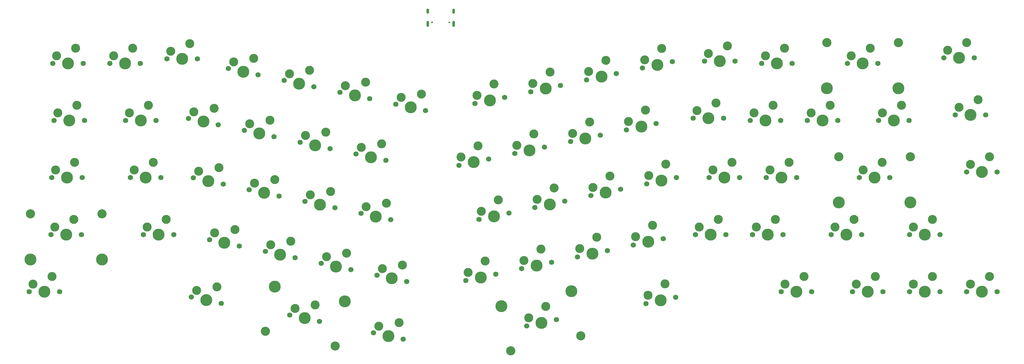
<source format=gbr>
G04 #@! TF.GenerationSoftware,KiCad,Pcbnew,(6.0.1)*
G04 #@! TF.CreationDate,2022-08-01T23:00:38+09:00*
G04 #@! TF.ProjectId,Skeleton68_underglow,536b656c-6574-46f6-9e36-385f756e6465,rev?*
G04 #@! TF.SameCoordinates,Original*
G04 #@! TF.FileFunction,Soldermask,Top*
G04 #@! TF.FilePolarity,Negative*
%FSLAX46Y46*%
G04 Gerber Fmt 4.6, Leading zero omitted, Abs format (unit mm)*
G04 Created by KiCad (PCBNEW (6.0.1)) date 2022-08-01 23:00:38*
%MOMM*%
%LPD*%
G01*
G04 APERTURE LIST*
%ADD10C,3.987800*%
%ADD11C,1.750000*%
%ADD12C,3.000000*%
%ADD13C,3.048000*%
%ADD14C,0.600000*%
%ADD15O,0.900000X1.700000*%
%ADD16O,0.900000X2.000000*%
G04 APERTURE END LIST*
D10*
X231621400Y-58175300D03*
D11*
X226652410Y-59231491D03*
X236590390Y-57119109D03*
D12*
X233049704Y-52678214D03*
X227366562Y-56482949D03*
D11*
X105687110Y-24723409D03*
D12*
X107457453Y-22502962D03*
D10*
X110656100Y-25779600D03*
D12*
X114196786Y-21338706D03*
D11*
X115625090Y-26835791D03*
X329628500Y-36195000D03*
D12*
X337248500Y-31115000D03*
D10*
X334708500Y-36195000D03*
D12*
X330898500Y-33655000D03*
D11*
X339788500Y-36195000D03*
D12*
X112813553Y-43116962D03*
D11*
X120981190Y-47449791D03*
D10*
X116012200Y-46393600D03*
D11*
X111043210Y-45337409D03*
D12*
X119552886Y-41952706D03*
X190099062Y-64404349D03*
D10*
X194353900Y-66096700D03*
D11*
X189384910Y-67152891D03*
D12*
X195782204Y-60599614D03*
D11*
X199322890Y-65040509D03*
X314388500Y-95250000D03*
D12*
X322008500Y-90170000D03*
D10*
X319468500Y-95250000D03*
D12*
X315658500Y-92710000D03*
D11*
X324548500Y-95250000D03*
D12*
X333438500Y-12065000D03*
D11*
X325818500Y-17145000D03*
X335978500Y-17145000D03*
D12*
X327088500Y-14605000D03*
D10*
X330898500Y-17145000D03*
X211588000Y-23482300D03*
D11*
X206619010Y-24538491D03*
D12*
X207333162Y-21789949D03*
D11*
X216556990Y-22426109D03*
D12*
X213016304Y-17985214D03*
X201977062Y-42404049D03*
D11*
X201262910Y-45152591D03*
X211200890Y-43040209D03*
D10*
X206231900Y-44096400D03*
D12*
X207660204Y-38599314D03*
X167040962Y-88781149D03*
X172724104Y-84976414D03*
D11*
X176264790Y-89417309D03*
X166326810Y-91529691D03*
D10*
X171295800Y-90473500D03*
D11*
X272161000Y-76200000D03*
D12*
X263271000Y-73660000D03*
X269621000Y-71120000D03*
D11*
X262001000Y-76200000D03*
D10*
X267081000Y-76200000D03*
D12*
X341058500Y-50165000D03*
X334708500Y-52705000D03*
D11*
X343598500Y-55245000D03*
X333438500Y-55245000D03*
D10*
X338518500Y-55245000D03*
D11*
X94038910Y-61198609D03*
D12*
X102548586Y-57813906D03*
D11*
X103976890Y-63310991D03*
D12*
X95809253Y-58978162D03*
D10*
X99007900Y-62254800D03*
D12*
X88823753Y-18542162D03*
D11*
X87053410Y-20762609D03*
D10*
X92022400Y-21818800D03*
D11*
X96991390Y-22874991D03*
D12*
X95563086Y-17377906D03*
D10*
X227196900Y-78591300D03*
D11*
X222227910Y-79647491D03*
D12*
X222942062Y-76898949D03*
X228625204Y-73094214D03*
D11*
X232165890Y-77535109D03*
D10*
X212987700Y-62136000D03*
D11*
X217956690Y-61079809D03*
X208018710Y-63192191D03*
D12*
X208732862Y-60443649D03*
X214416004Y-56638914D03*
D11*
X271399000Y-38100000D03*
D12*
X262509000Y-35560000D03*
D11*
X261239000Y-38100000D03*
D10*
X266319000Y-38100000D03*
D12*
X268859000Y-33020000D03*
X232784504Y-92659514D03*
D11*
X226387210Y-99212791D03*
D12*
X227101362Y-96464249D03*
D11*
X236325190Y-97100409D03*
D10*
X231356200Y-98156600D03*
D12*
X244221000Y-73660000D03*
D10*
X248031000Y-76200000D03*
D11*
X242951000Y-76200000D03*
D12*
X250571000Y-71120000D03*
D11*
X253111000Y-76200000D03*
X203594210Y-83608291D03*
D12*
X204308362Y-80859749D03*
D11*
X213532190Y-81495909D03*
D10*
X208563200Y-82552100D03*
D12*
X209991504Y-77055014D03*
D11*
X225252710Y-20577791D03*
D10*
X230221700Y-19521600D03*
D12*
X225966862Y-17829249D03*
X231650004Y-14024514D03*
D11*
X235190690Y-18465409D03*
D12*
X185674662Y-84820449D03*
D10*
X189929500Y-86512800D03*
D11*
X194898490Y-85456609D03*
D12*
X191357804Y-81015714D03*
D11*
X184960510Y-87568991D03*
D12*
X126538486Y-82388706D03*
D11*
X118028810Y-85773409D03*
X127966790Y-87885791D03*
D12*
X119799153Y-83552962D03*
D10*
X122997800Y-86829600D03*
D12*
X82285486Y-34031306D03*
D10*
X78744800Y-38472200D03*
D12*
X75546153Y-35195562D03*
D11*
X83713790Y-39528391D03*
X73775810Y-37416009D03*
X62896800Y-38100000D03*
D12*
X54006800Y-35560000D03*
D10*
X57816800Y-38100000D03*
D12*
X60356800Y-33020000D03*
D11*
X52736800Y-38100000D03*
X290449000Y-38100000D03*
D10*
X285369000Y-38100000D03*
D11*
X280289000Y-38100000D03*
D12*
X287909000Y-33020000D03*
X281559000Y-35560000D03*
X29432500Y-54610000D03*
D10*
X33242500Y-57150000D03*
D12*
X35782500Y-52070000D03*
D11*
X38322500Y-57150000D03*
X28162500Y-57150000D03*
D12*
X170065762Y-29711449D03*
D11*
X179289590Y-30347609D03*
D12*
X175748904Y-25906714D03*
D11*
X169351610Y-32459991D03*
D10*
X174320600Y-31403800D03*
D12*
X116055886Y-99636206D03*
D10*
X112515200Y-104077100D03*
D11*
X117484190Y-105133291D03*
D10*
X102554385Y-93520442D03*
D13*
X99385811Y-108427411D03*
D12*
X109316553Y-100800462D03*
D13*
X122740063Y-113391511D03*
D11*
X107546210Y-103020909D03*
D10*
X125908637Y-98484541D03*
D11*
X293624000Y-19050000D03*
D12*
X294894000Y-16510000D03*
D13*
X286766000Y-12065000D03*
D12*
X301244000Y-13970000D03*
D10*
X298704000Y-19050000D03*
X286766000Y-27305000D03*
D11*
X303784000Y-19050000D03*
D10*
X310642000Y-27305000D03*
D13*
X310642000Y-12065000D03*
D11*
X180689190Y-69001309D03*
D12*
X171465362Y-68365149D03*
D11*
X170751210Y-71113691D03*
D10*
X175720200Y-70057500D03*
D12*
X177148504Y-64560414D03*
X151464186Y-29260106D03*
D10*
X147923500Y-33701000D03*
D12*
X144724853Y-30424362D03*
D11*
X152892490Y-34757191D03*
X142954510Y-32644809D03*
D12*
X192989504Y-100144414D03*
D11*
X186592210Y-106697691D03*
D10*
X191561200Y-105641500D03*
D12*
X187306362Y-103949149D03*
D13*
X181336337Y-114955911D03*
D11*
X196530190Y-104585309D03*
D13*
X204690589Y-109991811D03*
D10*
X178167763Y-100048941D03*
X201522015Y-95084842D03*
D11*
X266573000Y-57150000D03*
D12*
X267843000Y-54610000D03*
D10*
X271653000Y-57150000D03*
D11*
X276733000Y-57150000D03*
D12*
X274193000Y-52070000D03*
X137267153Y-106741562D03*
D10*
X140465800Y-110018200D03*
D11*
X145434790Y-111074391D03*
X135496810Y-108962009D03*
D12*
X144006486Y-105577306D03*
D10*
X168964500Y-52017900D03*
D11*
X163995510Y-53074091D03*
D12*
X164709662Y-50325549D03*
X170392804Y-46520814D03*
D11*
X173933490Y-50961709D03*
D10*
X129289800Y-29740300D03*
D11*
X124320810Y-28684109D03*
D12*
X126091153Y-26463662D03*
D11*
X134258790Y-30796491D03*
D12*
X132830486Y-25299406D03*
X305223600Y-52070000D03*
D10*
X302683600Y-57150000D03*
D13*
X314621600Y-50165000D03*
D11*
X297603600Y-57150000D03*
X307763600Y-57150000D03*
D10*
X290745600Y-65405000D03*
X314621600Y-65405000D03*
D13*
X290745600Y-50165000D03*
D12*
X298873600Y-54610000D03*
X138186586Y-45913406D03*
D10*
X134645900Y-50354300D03*
D11*
X139614890Y-51410491D03*
D12*
X131447253Y-47077662D03*
D11*
X129676910Y-49298109D03*
X131306310Y-69120109D03*
D10*
X136275300Y-70176300D03*
D11*
X141244290Y-71232491D03*
D12*
X139815986Y-65735406D03*
X133076653Y-66899662D03*
D10*
X276606500Y-95250000D03*
D11*
X271526500Y-95250000D03*
D12*
X272796500Y-92710000D03*
D11*
X281686500Y-95250000D03*
D12*
X279146500Y-90170000D03*
X341058500Y-90170000D03*
D11*
X343598500Y-95250000D03*
D12*
X334708500Y-92710000D03*
D11*
X333438500Y-95250000D03*
D10*
X338518500Y-95250000D03*
D11*
X288195000Y-76200000D03*
X298355000Y-76200000D03*
D10*
X293275000Y-76200000D03*
D12*
X289465000Y-73660000D03*
X295815000Y-71120000D03*
X94179853Y-39156262D03*
D11*
X92409510Y-41376709D03*
D12*
X100919186Y-37992006D03*
D11*
X102347490Y-43489091D03*
D10*
X97378500Y-42432900D03*
D11*
X39084800Y-38100000D03*
D12*
X30194800Y-35560000D03*
D10*
X34004800Y-38100000D03*
D12*
X36544800Y-33020000D03*
D11*
X28924800Y-38100000D03*
D12*
X77175553Y-55017462D03*
D11*
X75405210Y-57237909D03*
X85343190Y-59350291D03*
D12*
X83914886Y-53853206D03*
D10*
X80374200Y-58294100D03*
D12*
X226293904Y-34638614D03*
X220610762Y-38443349D03*
D10*
X224865600Y-40135700D03*
D11*
X219896610Y-41191891D03*
X229834590Y-39079509D03*
X257683000Y-57150000D03*
D10*
X252603000Y-57150000D03*
D12*
X255143000Y-52070000D03*
D11*
X247523000Y-57150000D03*
D12*
X248793000Y-54610000D03*
X55118000Y-13970000D03*
X48768000Y-16510000D03*
D10*
X52578000Y-19050000D03*
D11*
X47498000Y-19050000D03*
X57658000Y-19050000D03*
D12*
X249809000Y-32258000D03*
D11*
X252349000Y-37338000D03*
D10*
X247269000Y-37338000D03*
D11*
X242189000Y-37338000D03*
D12*
X243459000Y-34798000D03*
D14*
X160850000Y-5325000D03*
X155070000Y-5325000D03*
D15*
X153640000Y-1635000D03*
D16*
X153640000Y-5805000D03*
X162280000Y-5805000D03*
D15*
X162280000Y-1635000D03*
D10*
X33528000Y-19050000D03*
D12*
X29718000Y-16510000D03*
D11*
X38608000Y-19050000D03*
D12*
X36068000Y-13970000D03*
D11*
X28448000Y-19050000D03*
D10*
X117620000Y-66200000D03*
D11*
X112651010Y-65143809D03*
X122588990Y-67256191D03*
D12*
X114421353Y-62923362D03*
X121160686Y-61759106D03*
X67818000Y-14986000D03*
D11*
X66548000Y-17526000D03*
X76708000Y-17526000D03*
D12*
X74168000Y-12446000D03*
D10*
X71628000Y-17526000D03*
D12*
X107904686Y-78428006D03*
X101165353Y-79592262D03*
D10*
X104364000Y-82868900D03*
D11*
X99395010Y-81812709D03*
X109332990Y-83925091D03*
X90699290Y-79964391D03*
D12*
X82531653Y-75631562D03*
D11*
X80761310Y-77852009D03*
D12*
X89270986Y-74467306D03*
D10*
X85730300Y-78908200D03*
X59436000Y-57150000D03*
D12*
X55626000Y-54610000D03*
D11*
X54356000Y-57150000D03*
D12*
X61976000Y-52070000D03*
D11*
X64516000Y-57150000D03*
D10*
X141631500Y-90790300D03*
D12*
X138432853Y-87513662D03*
D11*
X136662510Y-89734109D03*
X146600490Y-91846491D03*
D12*
X145172186Y-86349406D03*
D10*
X300418500Y-95250000D03*
D11*
X295338500Y-95250000D03*
D12*
X296608500Y-92710000D03*
X302958500Y-90170000D03*
D11*
X305498500Y-95250000D03*
X265049000Y-19050000D03*
D12*
X272669000Y-13970000D03*
D10*
X270129000Y-19050000D03*
D12*
X266319000Y-16510000D03*
D11*
X275209000Y-19050000D03*
D12*
X28258000Y-90170000D03*
D10*
X25718000Y-95250000D03*
D11*
X30798000Y-95250000D03*
X20638000Y-95250000D03*
D12*
X21908000Y-92710000D03*
X188699462Y-25750749D03*
X194382604Y-21946014D03*
D11*
X187985310Y-28499291D03*
D10*
X192954300Y-27443100D03*
D11*
X197923290Y-26386909D03*
X68897500Y-76200000D03*
D12*
X60007500Y-73660000D03*
D10*
X63817500Y-76200000D03*
D12*
X66357500Y-71120000D03*
D11*
X58737500Y-76200000D03*
X304102000Y-38100000D03*
D12*
X305372000Y-35560000D03*
X311722000Y-33020000D03*
D11*
X314262000Y-38100000D03*
D10*
X309182000Y-38100000D03*
D12*
X76510053Y-94800962D03*
X83249386Y-93636706D03*
D11*
X74739710Y-97021409D03*
D10*
X79708700Y-98077600D03*
D11*
X84677690Y-99133791D03*
X27855600Y-76200000D03*
D12*
X35475600Y-71120000D03*
D13*
X20997600Y-69215000D03*
D11*
X38015600Y-76200000D03*
D10*
X44873600Y-84455000D03*
X32935600Y-76200000D03*
D12*
X29125600Y-73660000D03*
D10*
X20997600Y-84455000D03*
D13*
X44873600Y-69215000D03*
D12*
X247269000Y-15748000D03*
D11*
X256159000Y-18288000D03*
D12*
X253619000Y-13208000D03*
D10*
X251079000Y-18288000D03*
D11*
X245999000Y-18288000D03*
D12*
X315658500Y-73660000D03*
X322008500Y-71120000D03*
D10*
X319468500Y-76200000D03*
D11*
X324548500Y-76200000D03*
X314388500Y-76200000D03*
X192567190Y-47000909D03*
D10*
X187598200Y-48057100D03*
D12*
X183343362Y-46364749D03*
D11*
X182629210Y-49113291D03*
D12*
X189026504Y-42560014D03*
M02*

</source>
